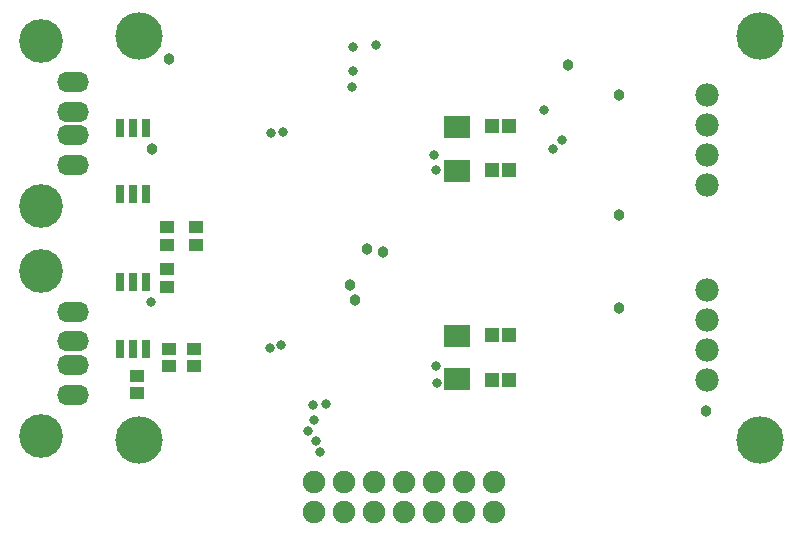
<source format=gbs>
G04*
G04 #@! TF.GenerationSoftware,Altium Limited,Altium Designer,20.0.13 (296)*
G04*
G04 Layer_Color=16711935*
%FSLAX44Y44*%
%MOMM*%
G71*
G01*
G75*
%ADD18R,1.1532X1.2532*%
%ADD22C,0.8382*%
%ADD23C,4.0132*%
%ADD24C,1.9812*%
%ADD25C,1.9032*%
%ADD26C,3.7032*%
%ADD27O,2.7032X1.7272*%
%ADD28C,0.9652*%
%ADD50R,2.2032X1.9032*%
%ADD51R,1.3032X1.1032*%
%ADD52R,0.8032X1.6032*%
D18*
X420000Y76200D02*
D03*
X405500D02*
D03*
X420000Y114300D02*
D03*
X405500D02*
D03*
X420000Y290830D02*
D03*
X405500D02*
D03*
X420000Y254000D02*
D03*
X405500D02*
D03*
D22*
X218023Y284897D02*
D03*
X228600Y285750D02*
D03*
X265430Y55880D02*
D03*
X255270Y41910D02*
D03*
X254000Y54610D02*
D03*
X250190Y33020D02*
D03*
X256540Y24765D02*
D03*
X260350Y15240D02*
D03*
X116840Y142240D02*
D03*
X287020Y323850D02*
D03*
X288290Y337820D02*
D03*
Y358140D02*
D03*
X307340Y359664D02*
D03*
X449580Y304800D02*
D03*
X464820Y279400D02*
D03*
X457200Y271780D02*
D03*
X227330Y105410D02*
D03*
X217304Y103005D02*
D03*
X358140Y87630D02*
D03*
X359410Y73660D02*
D03*
X356870Y266700D02*
D03*
X358140Y254000D02*
D03*
D23*
X632460Y367030D02*
D03*
Y25400D02*
D03*
X106680Y367030D02*
D03*
Y25400D02*
D03*
D24*
X588010Y317499D02*
D03*
Y292099D02*
D03*
Y266699D02*
D03*
Y241299D02*
D03*
Y152399D02*
D03*
Y126999D02*
D03*
Y101599D02*
D03*
Y76199D02*
D03*
D25*
X331470Y-35560D02*
D03*
X306070D02*
D03*
X280670D02*
D03*
X255270D02*
D03*
X331470Y-10160D02*
D03*
X306070D02*
D03*
X280670D02*
D03*
X255270D02*
D03*
X356870D02*
D03*
Y-35560D02*
D03*
X382270Y-10160D02*
D03*
Y-35560D02*
D03*
X407670Y-10160D02*
D03*
Y-35560D02*
D03*
D26*
X23700Y223210D02*
D03*
Y363210D02*
D03*
Y28900D02*
D03*
Y168900D02*
D03*
D27*
X50800Y258210D02*
D03*
Y283210D02*
D03*
Y303210D02*
D03*
Y328210D02*
D03*
Y63900D02*
D03*
Y88900D02*
D03*
Y108900D02*
D03*
Y133900D02*
D03*
D28*
X132080Y347980D02*
D03*
X469900Y342900D02*
D03*
X513080Y215900D02*
D03*
X118110Y271780D02*
D03*
X289560Y143510D02*
D03*
X285750Y156210D02*
D03*
X313690Y184150D02*
D03*
X299720Y186690D02*
D03*
X513080Y137160D02*
D03*
Y317500D02*
D03*
X586740Y49530D02*
D03*
D50*
X375920Y113750D02*
D03*
Y76750D02*
D03*
Y290280D02*
D03*
Y253280D02*
D03*
D51*
X132080Y102750D02*
D03*
Y87750D02*
D03*
X153670Y102750D02*
D03*
Y87750D02*
D03*
X105410Y79890D02*
D03*
Y64890D02*
D03*
X130810Y205620D02*
D03*
Y190620D02*
D03*
X154940Y205620D02*
D03*
Y190620D02*
D03*
X130810Y170060D02*
D03*
Y155060D02*
D03*
D52*
X101600Y158810D02*
D03*
X112600Y102810D02*
D03*
X90600Y158810D02*
D03*
X112600D02*
D03*
X90600Y102810D02*
D03*
X101600D02*
D03*
Y289620D02*
D03*
X112600Y233620D02*
D03*
X90600Y289620D02*
D03*
X112600D02*
D03*
X90600Y233620D02*
D03*
X101600D02*
D03*
M02*

</source>
